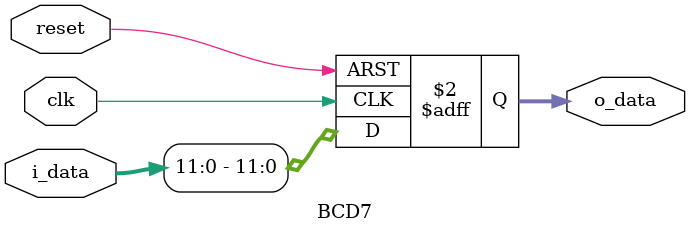
<source format=v>

`timescale 1ns / 1ps

module BCD7(reset,
            clk,
            i_data,
            o_data);
    
    input reset;
    input clk;
    input [31:0] i_data;
    output reg [11:0] o_data;
    
    always @(posedge clk or posedge reset) begin
        if (reset) begin
            o_data <= 12'b111111111111;
        end
        else begin
            o_data <= i_data[11:0];
        end
    end
    
endmodule

</source>
